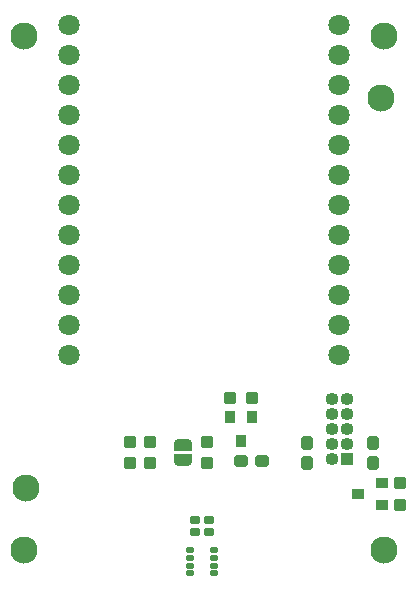
<source format=gbr>
%TF.GenerationSoftware,KiCad,Pcbnew,(6.0.10)*%
%TF.CreationDate,2023-01-02T18:22:58+01:00*%
%TF.ProjectId,sniffer,736e6966-6665-4722-9e6b-696361645f70,rev?*%
%TF.SameCoordinates,Original*%
%TF.FileFunction,Soldermask,Top*%
%TF.FilePolarity,Negative*%
%FSLAX46Y46*%
G04 Gerber Fmt 4.6, Leading zero omitted, Abs format (unit mm)*
G04 Created by KiCad (PCBNEW (6.0.10)) date 2023-01-02 18:22:58*
%MOMM*%
%LPD*%
G01*
G04 APERTURE LIST*
G04 Aperture macros list*
%AMRoundRect*
0 Rectangle with rounded corners*
0 $1 Rounding radius*
0 $2 $3 $4 $5 $6 $7 $8 $9 X,Y pos of 4 corners*
0 Add a 4 corners polygon primitive as box body*
4,1,4,$2,$3,$4,$5,$6,$7,$8,$9,$2,$3,0*
0 Add four circle primitives for the rounded corners*
1,1,$1+$1,$2,$3*
1,1,$1+$1,$4,$5*
1,1,$1+$1,$6,$7*
1,1,$1+$1,$8,$9*
0 Add four rect primitives between the rounded corners*
20,1,$1+$1,$2,$3,$4,$5,0*
20,1,$1+$1,$4,$5,$6,$7,0*
20,1,$1+$1,$6,$7,$8,$9,0*
20,1,$1+$1,$8,$9,$2,$3,0*%
%AMFreePoly0*
4,1,37,0.012350,0.794884,0.074210,0.794507,0.088231,0.792412,0.224052,0.751793,0.236921,0.745846,0.355883,0.668739,0.366566,0.659420,0.459104,0.552023,0.466742,0.540080,0.525419,0.411028,0.529398,0.397421,0.549495,0.257088,0.550000,0.250000,0.550000,-0.250000,0.549996,-0.250610,0.549847,-0.262826,0.549158,-0.270511,0.525638,-0.410312,0.521328,-0.423818,0.459516,-0.551397,
0.451589,-0.563150,0.356454,-0.668254,0.345546,-0.677309,0.224736,-0.751486,0.211726,-0.757116,0.074953,-0.794405,0.060885,-0.796158,0.011462,-0.795252,0.000000,-0.800000,-0.500000,-0.800000,-0.535355,-0.785355,-0.550000,-0.750000,-0.550000,0.750000,-0.535355,0.785355,-0.500000,0.800000,0.000000,0.800000,0.012350,0.794884,0.012350,0.794884,$1*%
%AMFreePoly1*
4,1,37,0.535355,0.785355,0.550000,0.750000,0.550000,-0.750000,0.535355,-0.785355,0.500000,-0.800000,0.000000,-0.800000,-0.012524,-0.794812,-0.080857,-0.793560,-0.094851,-0.791293,-0.230166,-0.749018,-0.242962,-0.742915,-0.360972,-0.664360,-0.371540,-0.654911,-0.462760,-0.546392,-0.470252,-0.534356,-0.527347,-0.404597,-0.531159,-0.390943,-0.548742,-0.256483,-0.547388,-0.256306,-0.550000,-0.250000,
-0.550000,0.250000,-0.549522,0.251153,-0.549368,0.263802,-0.527557,0.403879,-0.523412,0.417435,-0.463164,0.545760,-0.455381,0.557609,-0.361537,0.663867,-0.350741,0.673055,-0.230846,0.748703,-0.217905,0.754492,-0.081598,0.793449,-0.067552,0.795373,-0.011991,0.795033,0.000000,0.800000,0.500000,0.800000,0.535355,0.785355,0.535355,0.785355,$1*%
G04 Aperture macros list end*
%ADD10C,1.800000*%
%ADD11RoundRect,0.205000X0.212500X0.155000X-0.212500X0.155000X-0.212500X-0.155000X0.212500X-0.155000X0*%
%ADD12RoundRect,0.287500X0.237500X-0.250000X0.237500X0.250000X-0.237500X0.250000X-0.237500X-0.250000X0*%
%ADD13RoundRect,0.287500X-0.237500X0.250000X-0.237500X-0.250000X0.237500X-0.250000X0.237500X0.250000X0*%
%ADD14RoundRect,0.287500X0.250000X0.237500X-0.250000X0.237500X-0.250000X-0.237500X0.250000X-0.237500X0*%
%ADD15RoundRect,0.050000X0.250000X0.175000X-0.250000X0.175000X-0.250000X-0.175000X0.250000X-0.175000X0*%
%ADD16RoundRect,0.287500X0.237500X-0.300000X0.237500X0.300000X-0.237500X0.300000X-0.237500X-0.300000X0*%
%ADD17RoundRect,0.287500X-0.300000X-0.237500X0.300000X-0.237500X0.300000X0.237500X-0.300000X0.237500X0*%
%ADD18O,1.100000X1.100000*%
%ADD19RoundRect,0.050000X-0.500000X-0.500000X0.500000X-0.500000X0.500000X0.500000X-0.500000X0.500000X0*%
%ADD20C,2.300000*%
%ADD21FreePoly0,90.000000*%
%ADD22FreePoly1,90.000000*%
%ADD23RoundRect,0.050000X-0.400000X0.450000X-0.400000X-0.450000X0.400000X-0.450000X0.400000X0.450000X0*%
%ADD24RoundRect,0.050000X0.450000X0.400000X-0.450000X0.400000X-0.450000X-0.400000X0.450000X-0.400000X0*%
G04 APERTURE END LIST*
D10*
%TO.C,U1*%
X112230000Y-78800000D03*
X112230000Y-81340000D03*
X112230000Y-83880000D03*
X112230000Y-86420000D03*
X112230000Y-88960000D03*
X112230000Y-91500000D03*
X112230000Y-94040000D03*
X112230000Y-96580000D03*
X112230000Y-99120000D03*
X112230000Y-101660000D03*
X112230000Y-104200000D03*
X112230000Y-106740000D03*
X89370000Y-78800000D03*
X89370000Y-81340000D03*
X89370000Y-83880000D03*
X89370000Y-86420000D03*
X89370000Y-88960000D03*
X89370000Y-91500000D03*
X89370000Y-94040000D03*
X89370000Y-96580000D03*
X89370000Y-99120000D03*
X89370000Y-101660000D03*
X89370000Y-104200000D03*
X89370000Y-106740000D03*
%TD*%
D11*
%TO.C,C1*%
X101240500Y-120677000D03*
X100105500Y-120677000D03*
%TD*%
%TO.C,C2*%
X100105500Y-121693000D03*
X101240500Y-121693000D03*
%TD*%
D12*
%TO.C,R2*%
X101050000Y-114087500D03*
X101050000Y-115912500D03*
%TD*%
%TO.C,R3*%
X96300000Y-114087500D03*
X96300000Y-115912500D03*
%TD*%
%TO.C,R4*%
X94550000Y-114087500D03*
X94550000Y-115912500D03*
%TD*%
D13*
%TO.C,R5*%
X117437000Y-117605500D03*
X117437000Y-119430500D03*
%TD*%
D14*
%TO.C,R1*%
X104891000Y-110361000D03*
X103066000Y-110361000D03*
%TD*%
D15*
%TO.C,U2*%
X99648000Y-125225000D03*
X99648000Y-124575000D03*
X99648000Y-123925000D03*
X99648000Y-123275000D03*
X101698000Y-123275000D03*
X101698000Y-123925000D03*
X101698000Y-124575000D03*
X101698000Y-125225000D03*
%TD*%
D16*
%TO.C,C5*%
X115128000Y-115922500D03*
X115128000Y-114197500D03*
%TD*%
%TO.C,C3*%
X109540000Y-114197500D03*
X109540000Y-115922500D03*
%TD*%
D17*
%TO.C,C4*%
X105703500Y-115695000D03*
X103978500Y-115695000D03*
%TD*%
D18*
%TO.C,J1*%
X111700000Y-114270000D03*
X111700000Y-115540000D03*
X111700000Y-111730000D03*
X112970000Y-110460000D03*
X111700000Y-110460000D03*
X112970000Y-114270000D03*
X111700000Y-113000000D03*
X112970000Y-111730000D03*
D19*
X112970000Y-115540000D03*
D18*
X112970000Y-113000000D03*
D20*
X85800000Y-118000000D03*
X115800000Y-85000000D03*
%TD*%
%TO.C,H4*%
X116050000Y-123250000D03*
%TD*%
%TO.C,H2*%
X116050000Y-79750000D03*
%TD*%
%TO.C,H3*%
X85550000Y-123250000D03*
%TD*%
%TO.C,H1*%
X85550000Y-79750000D03*
%TD*%
D21*
%TO.C,JP1*%
X99050000Y-114350000D03*
D22*
X99050000Y-115650000D03*
%TD*%
D23*
%TO.C,Q1*%
X103978500Y-114028000D03*
X103028500Y-112028000D03*
X104928500Y-112028000D03*
%TD*%
D24*
%TO.C,Q2*%
X115897000Y-119468000D03*
X115897000Y-117568000D03*
X113897000Y-118518000D03*
%TD*%
M02*

</source>
